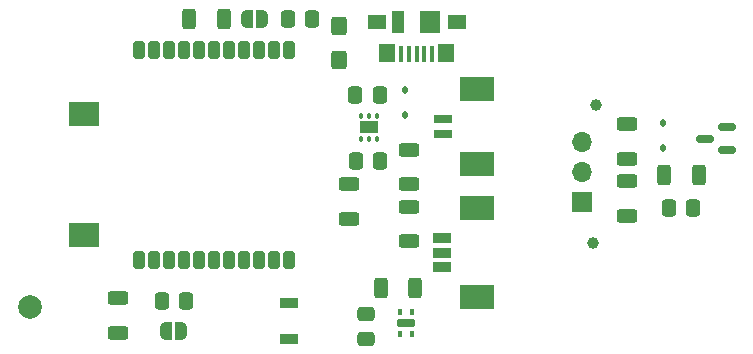
<source format=gts>
%TF.GenerationSoftware,KiCad,Pcbnew,8.0.2*%
%TF.CreationDate,2024-06-01T12:45:28+02:00*%
%TF.ProjectId,LoraSensor,4c6f7261-5365-46e7-936f-722e6b696361,rev?*%
%TF.SameCoordinates,Original*%
%TF.FileFunction,Soldermask,Top*%
%TF.FilePolarity,Negative*%
%FSLAX46Y46*%
G04 Gerber Fmt 4.6, Leading zero omitted, Abs format (unit mm)*
G04 Created by KiCad (PCBNEW 8.0.2) date 2024-06-01 12:45:28*
%MOMM*%
%LPD*%
G01*
G04 APERTURE LIST*
G04 Aperture macros list*
%AMRoundRect*
0 Rectangle with rounded corners*
0 $1 Rounding radius*
0 $2 $3 $4 $5 $6 $7 $8 $9 X,Y pos of 4 corners*
0 Add a 4 corners polygon primitive as box body*
4,1,4,$2,$3,$4,$5,$6,$7,$8,$9,$2,$3,0*
0 Add four circle primitives for the rounded corners*
1,1,$1+$1,$2,$3*
1,1,$1+$1,$4,$5*
1,1,$1+$1,$6,$7*
1,1,$1+$1,$8,$9*
0 Add four rect primitives between the rounded corners*
20,1,$1+$1,$2,$3,$4,$5,0*
20,1,$1+$1,$4,$5,$6,$7,0*
20,1,$1+$1,$6,$7,$8,$9,0*
20,1,$1+$1,$8,$9,$2,$3,0*%
%AMFreePoly0*
4,1,19,0.500000,-0.750000,0.000000,-0.750000,0.000000,-0.744911,-0.071157,-0.744911,-0.207708,-0.704816,-0.327430,-0.627875,-0.420627,-0.520320,-0.479746,-0.390866,-0.500000,-0.250000,-0.500000,0.250000,-0.479746,0.390866,-0.420627,0.520320,-0.327430,0.627875,-0.207708,0.704816,-0.071157,0.744911,0.000000,0.744911,0.000000,0.750000,0.500000,0.750000,0.500000,-0.750000,0.500000,-0.750000,
$1*%
%AMFreePoly1*
4,1,19,0.000000,0.744911,0.071157,0.744911,0.207708,0.704816,0.327430,0.627875,0.420627,0.520320,0.479746,0.390866,0.500000,0.250000,0.500000,-0.250000,0.479746,-0.390866,0.420627,-0.520320,0.327430,-0.627875,0.207708,-0.704816,0.071157,-0.744911,0.000000,-0.744911,0.000000,-0.750000,-0.500000,-0.750000,-0.500000,0.750000,0.000000,0.750000,0.000000,0.744911,0.000000,0.744911,
$1*%
G04 Aperture macros list end*
%ADD10C,1.000000*%
%ADD11RoundRect,0.250000X0.250000X0.500000X-0.250000X0.500000X-0.250000X-0.500000X0.250000X-0.500000X0*%
%ADD12RoundRect,0.250000X-0.425000X0.537500X-0.425000X-0.537500X0.425000X-0.537500X0.425000X0.537500X0*%
%ADD13RoundRect,0.250000X-0.312500X-0.625000X0.312500X-0.625000X0.312500X0.625000X-0.312500X0.625000X0*%
%ADD14FreePoly0,0.000000*%
%ADD15FreePoly1,0.000000*%
%ADD16RoundRect,0.075000X-0.075000X0.150000X-0.075000X-0.150000X0.075000X-0.150000X0.075000X0.150000X0*%
%ADD17R,1.600000X1.000000*%
%ADD18RoundRect,0.250000X0.625000X-0.312500X0.625000X0.312500X-0.625000X0.312500X-0.625000X-0.312500X0*%
%ADD19C,2.000000*%
%ADD20RoundRect,0.112500X0.112500X-0.187500X0.112500X0.187500X-0.112500X0.187500X-0.112500X-0.187500X0*%
%ADD21RoundRect,0.250000X-0.625000X0.312500X-0.625000X-0.312500X0.625000X-0.312500X0.625000X0.312500X0*%
%ADD22R,0.450000X1.380000*%
%ADD23R,1.650000X1.300000*%
%ADD24R,1.425000X1.550000*%
%ADD25R,1.800000X1.900000*%
%ADD26R,1.000000X1.900000*%
%ADD27R,3.000000X2.100000*%
%ADD28R,1.600000X0.800000*%
%ADD29RoundRect,0.250000X0.475000X-0.337500X0.475000X0.337500X-0.475000X0.337500X-0.475000X-0.337500X0*%
%ADD30R,1.600200X0.863600*%
%ADD31R,1.700000X1.700000*%
%ADD32O,1.700000X1.700000*%
%ADD33RoundRect,0.250000X-0.337500X-0.475000X0.337500X-0.475000X0.337500X0.475000X-0.337500X0.475000X0*%
%ADD34R,2.997200X2.108200*%
%ADD35R,1.600200X0.812800*%
%ADD36R,2.500000X2.000000*%
%ADD37FreePoly0,180.000000*%
%ADD38FreePoly1,180.000000*%
%ADD39RoundRect,0.250000X0.337500X0.475000X-0.337500X0.475000X-0.337500X-0.475000X0.337500X-0.475000X0*%
%ADD40RoundRect,0.087500X-0.087500X0.187500X-0.087500X-0.187500X0.087500X-0.187500X0.087500X0.187500X0*%
%ADD41RoundRect,0.175000X-0.625000X0.175000X-0.625000X-0.175000X0.625000X-0.175000X0.625000X0.175000X0*%
%ADD42RoundRect,0.150000X0.587500X0.150000X-0.587500X0.150000X-0.587500X-0.150000X0.587500X-0.150000X0*%
G04 APERTURE END LIST*
D10*
%TO.C,TP2*%
X195224400Y-68021200D03*
%TD*%
D11*
%TO.C,U3*%
X169265600Y-81127600D03*
X167995600Y-81127600D03*
X166725600Y-81127600D03*
X165455600Y-81127600D03*
X164185600Y-81127600D03*
X162915600Y-81127600D03*
X161645600Y-81127600D03*
X160375600Y-81127600D03*
X159105600Y-81127600D03*
X157835600Y-81127600D03*
X156565600Y-81127600D03*
X169265600Y-63347600D03*
X167995600Y-63347600D03*
X166725600Y-63347600D03*
X165455600Y-63347600D03*
X164185600Y-63347600D03*
X162915600Y-63347600D03*
X161645600Y-63347600D03*
X160375600Y-63347600D03*
X159105600Y-63347600D03*
X157835600Y-63347600D03*
X156565600Y-63347600D03*
%TD*%
D12*
%TO.C,C3*%
X173482000Y-61300500D03*
X173482000Y-64175500D03*
%TD*%
D13*
%TO.C,R7*%
X201037000Y-73914000D03*
X203962000Y-73914000D03*
%TD*%
D14*
%TO.C,JP2*%
X165720000Y-60706000D03*
D15*
X167020000Y-60706000D03*
%TD*%
D16*
%TO.C,U1*%
X176681400Y-68911300D03*
X176031400Y-68911300D03*
X175381400Y-68911300D03*
X175381400Y-70861300D03*
X176031400Y-70861300D03*
X176681400Y-70861300D03*
D17*
X176031400Y-69886300D03*
%TD*%
D13*
%TO.C,R8*%
X160843500Y-60706000D03*
X163768500Y-60706000D03*
%TD*%
D18*
%TO.C,R4*%
X174371000Y-77662500D03*
X174371000Y-74737500D03*
%TD*%
D19*
%TO.C,TP3*%
X147320000Y-85090000D03*
%TD*%
D18*
%TO.C,R6*%
X197866000Y-77408500D03*
X197866000Y-74483500D03*
%TD*%
D20*
%TO.C,D1*%
X179070000Y-68868000D03*
X179070000Y-66768000D03*
%TD*%
D21*
%TO.C,R1*%
X179451000Y-71816500D03*
X179451000Y-74741500D03*
%TD*%
D22*
%TO.C,J2*%
X181386000Y-63690000D03*
X180736000Y-63690000D03*
X180086000Y-63690000D03*
X179436000Y-63690000D03*
X178786000Y-63690000D03*
D23*
X183461000Y-61030000D03*
D24*
X182573500Y-63605000D03*
D25*
X181236000Y-61030000D03*
D26*
X178536000Y-61030000D03*
D24*
X177598500Y-63605000D03*
D23*
X176711000Y-61030000D03*
%TD*%
D27*
%TO.C,J1*%
X185185000Y-66675000D03*
X185185000Y-73025000D03*
D28*
X182285000Y-70475000D03*
X182285000Y-69225000D03*
%TD*%
D29*
%TO.C,C7*%
X175800750Y-87800000D03*
X175800750Y-85725000D03*
%TD*%
D30*
%TO.C,AE1*%
X169265600Y-84785399D03*
X169265600Y-87833001D03*
%TD*%
D31*
%TO.C,J6*%
X194056000Y-76200000D03*
D32*
X194056000Y-73660000D03*
X194056000Y-71120000D03*
%TD*%
D18*
%TO.C,R5*%
X197866000Y-72582500D03*
X197866000Y-69657500D03*
%TD*%
D33*
%TO.C,C5*%
X201400500Y-76708000D03*
X203475500Y-76708000D03*
%TD*%
D20*
%TO.C,D2*%
X200914000Y-71662000D03*
X200914000Y-69562000D03*
%TD*%
D34*
%TO.C,J5*%
X185154499Y-84318000D03*
X185154499Y-76718000D03*
D35*
X182254500Y-81768000D03*
X182254500Y-80518000D03*
X182254500Y-79268000D03*
%TD*%
D10*
%TO.C,TP1*%
X195021200Y-79705200D03*
%TD*%
D18*
%TO.C,R9*%
X154813000Y-87314500D03*
X154813000Y-84389500D03*
%TD*%
D33*
%TO.C,C1*%
X174879000Y-67183000D03*
X176954000Y-67183000D03*
%TD*%
D18*
%TO.C,R2*%
X179451000Y-79567500D03*
X179451000Y-76642500D03*
%TD*%
D36*
%TO.C,AE2*%
X151870800Y-79014000D03*
X151870800Y-68814000D03*
%TD*%
D33*
%TO.C,C2*%
X174929800Y-72720200D03*
X177004800Y-72720200D03*
%TD*%
D37*
%TO.C,JP1*%
X160162000Y-87122000D03*
D38*
X158862000Y-87122000D03*
%TD*%
D39*
%TO.C,C4*%
X171217500Y-60706000D03*
X169142500Y-60706000D03*
%TD*%
D13*
%TO.C,R3*%
X177023300Y-83489800D03*
X179948300Y-83489800D03*
%TD*%
D40*
%TO.C,U2*%
X179697000Y-85562000D03*
X178697000Y-85562000D03*
X178697000Y-87412000D03*
X179697000Y-87412000D03*
D41*
X179197000Y-86487000D03*
%TD*%
D39*
%TO.C,C6*%
X160549500Y-84582000D03*
X158474500Y-84582000D03*
%TD*%
D42*
%TO.C,Q1*%
X206345000Y-71816000D03*
X206345000Y-69916000D03*
X204470000Y-70866000D03*
%TD*%
M02*

</source>
